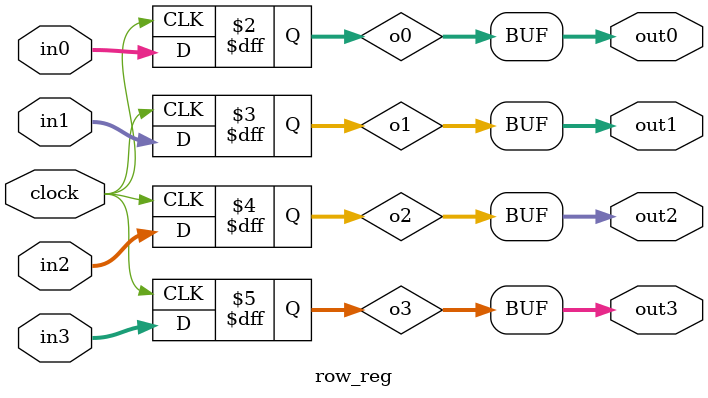
<source format=v>
`timescale 1ns / 1ps
module row_reg(
    input clock,
    input [7:0] in0,
    input [7:0] in1,
    input [7:0] in2,
    input [7:0] in3,

    output [7:0] out0,
    output [7:0] out1,
    output [7:0] out2,
    output [7:0] out3
);
    reg [7:0] o0, o1, o2, o3;
    
    assign out0 = o0;
    assign out1 = o1;
    assign out2 = o2;
    assign out3 = o3;
    
    always @(posedge clock) begin
        o0 <= in0;
        o1 <= in1;
        o2 <= in2;
        o3 <= in3;
          
             
    end
    
endmodule
</source>
